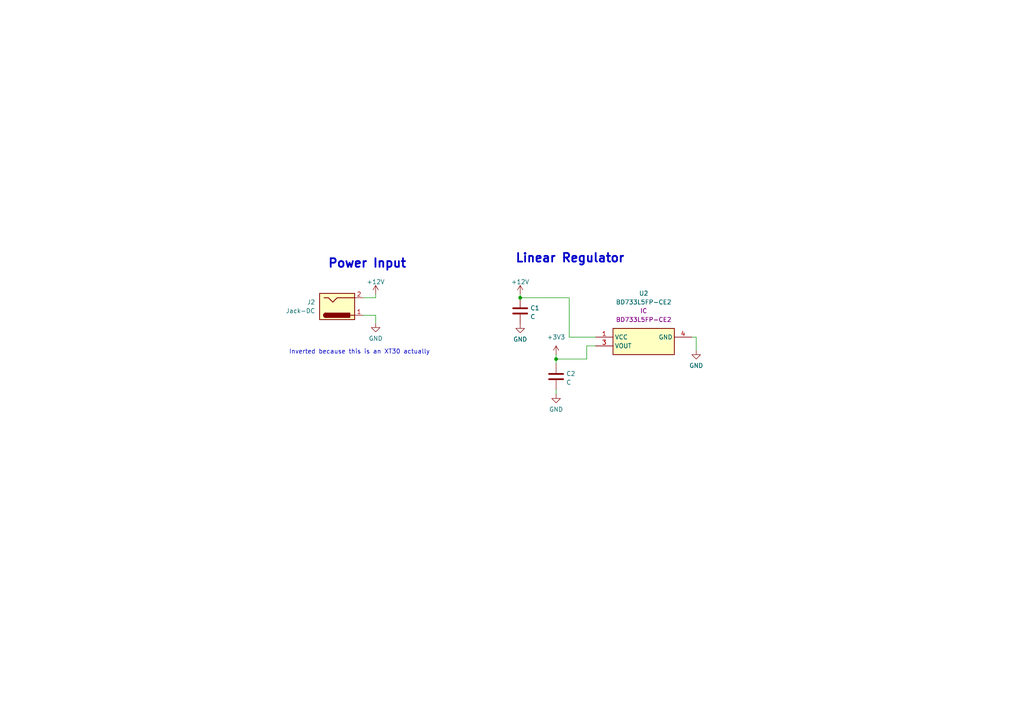
<source format=kicad_sch>
(kicad_sch (version 20211123) (generator eeschema)
  (paper "A4")
  (lib_symbols
    (symbol "BD733L5FP:BD733L5FP-CE2"
      (property "Value" "BD733L5FP-CE2" (at 0 0 0))
      (property "Reference_1" "IC" (at 24.13 7.62 0))
      (property "Value_1" "BD733L5FP-CE2" (at 24.13 5.08 0))
      (symbol "BD733L5FP-CE2_1_1"
        (rectangle (start 5.08 2.54) (end 22.86 -5.08) (stroke (width 0.254)) (fill (type background)))
        (pin passive line (at 0 0 0) (length 5.08) (name "VCC") (number "1"))
        (pin passive line (at 0 -2.54 0) (length 5.08) (name "VOUT") (number "3"))
        (pin passive line (at 27.94 0 180) (length 5.08) (name "GND") (number "4"))
      )
    )
    (symbol "Connector:Jack-DC" (pin_names (offset 1.016))
      (property "Reference" "J" (at 0 5.334 0))
      (property "Value" "Jack-DC" (at 0 -5.08 0))
      (symbol "Jack-DC_0_1"
        (rectangle (start -5.08 3.81) (end 5.08 -3.81) (stroke (width 0.254)) (fill (type background)))
        (arc (start -3.302 3.175) (mid -3.937 2.54) (end -3.302 1.905) (stroke (width 0.254)))
        (arc (start -3.302 3.175) (mid -3.937 2.54) (end -3.302 1.905) (stroke (width 0.254)) (fill (type outline)))
        (polyline (pts (xy 5.08 2.54) (xy 3.81 2.54)) (stroke (width 0.254)))
        (polyline (pts (xy -3.81 -2.54) (xy -2.54 -2.54) (xy -1.27 -1.27) (xy 0 -2.54) (xy 2.54 -2.54) (xy 5.08 -2.54)) (stroke (width 0.254)))
        (rectangle (start 3.683 3.175) (end -3.302 1.905) (stroke (width 0.254)) (fill (type outline)))
      )
      (symbol "Jack-DC_1_1"
        (pin passive line (at 7.62 2.54 180) (length 2.54) (name "~") (number "1"))
        (pin passive line (at 7.62 -2.54 180) (length 2.54) (name "~") (number "2"))
      )
    )
    (symbol "Device:C" (pin_numbers hide) (pin_names (offset 0.254))
      (property "Reference" "C" (at 0.635 2.54 0))
      (property "Value" "C" (at 0.635 -2.54 0))
      (symbol "C_0_1"
        (polyline (pts (xy -2.032 -0.762) (xy 2.032 -0.762)) (stroke (width 0.508)))
        (polyline (pts (xy -2.032 0.762) (xy 2.032 0.762)) (stroke (width 0.508)))
      )
      (symbol "C_1_1"
        (pin passive line (at 0 3.81 270) (length 2.794) (name "~") (number "1"))
        (pin passive line (at 0 -3.81 90) (length 2.794) (name "~") (number "2"))
      )
    )
    (symbol "power:+12V" (power) (pin_names (offset 0))
      (property "Value" "+12V" (at 0 3.556 0))
      (symbol "+12V_0_1"
        (polyline (pts (xy -0.762 1.27) (xy 0 2.54)))
        (polyline (pts (xy 0 0) (xy 0 2.54)))
        (polyline (pts (xy 0 2.54) (xy 0.762 1.27)))
      )
      (symbol "+12V_1_1"
        (pin power_in line (at 0 0 90) (length 0) hide (name "+12V") (number "1"))
      )
    )
    (symbol "power:+3V3" (power) (pin_names (offset 0))
      (property "Value" "+3V3" (at 0 3.556 0))
      (symbol "+3V3_0_1"
        (polyline (pts (xy -0.762 1.27) (xy 0 2.54)))
        (polyline (pts (xy 0 0) (xy 0 2.54)))
        (polyline (pts (xy 0 2.54) (xy 0.762 1.27)))
      )
      (symbol "+3V3_1_1"
        (pin power_in line (at 0 0 90) (length 0) hide (name "+3V3") (number "1"))
      )
    )
    (symbol "power:GND" (power) (pin_names (offset 0))
      (property "Value" "GND" (at 0 -3.81 0))
      (symbol "GND_0_1"
        (polyline (pts (xy 0 0) (xy 0 -1.27) (xy 1.27 -1.27) (xy 0 -2.54) (xy -1.27 -1.27) (xy 0 -1.27)))
      )
      (symbol "GND_1_1"
        (pin power_in line (at 0 0 270) (length 0) hide (name "GND") (number "1"))
      )
    )
  )
  (junction (at 161.29 104.14))
  (junction (at 150.876 86.36))
  (wire (pts (xy 201.93 97.79) (xy 201.93 101.6)))
  (wire (pts (xy 165.1 97.79) (xy 165.1 86.36)))
  (wire (pts (xy 108.966 91.44) (xy 108.966 93.726)))
  (wire (pts (xy 170.18 100.33) (xy 170.18 104.14)))
  (wire (pts (xy 161.29 102.87) (xy 161.29 104.14)))
  (wire (pts (xy 172.72 100.33) (xy 170.18 100.33)))
  (wire (pts (xy 161.29 105.41) (xy 161.29 104.14)))
  (wire (pts (xy 108.966 86.36) (xy 108.966 85.344)))
  (wire (pts (xy 108.966 86.36) (xy 105.41 86.36)))
  (wire (pts (xy 172.72 97.79) (xy 165.1 97.79)))
  (wire (pts (xy 105.41 91.44) (xy 108.966 91.44)))
  (wire (pts (xy 200.66 97.79) (xy 201.93 97.79)))
  (wire (pts (xy 161.29 114.3) (xy 161.29 113.03)))
  (wire (pts (xy 170.18 104.14) (xy 161.29 104.14)))
  (wire (pts (xy 150.876 86.36) (xy 165.1 86.36)))
  (wire (pts (xy 150.876 85.344) (xy 150.876 86.36)))
  (text "Power Input" (at 94.996 77.978 0) (effects (font (size 2.5 2.5) (thickness 0.5) bold) (justify left bottom)))
  (text "Linear Regulator" (at 149.352 76.454 0) (effects (font (size 2.5 2.5) (thickness 0.5) bold) (justify left bottom)))
  (text "Inverted because this is an XT30 actually" (at 83.82 102.87 0) (effects (font (size 1.27 1.27)) (justify left bottom)))
  (symbol (lib_id "Connector:Jack-DC") (at 97.79 88.9 0) (mirror x) (unit 1)
    (property "Reference" "J2" (at 91.44 87.6299 0) (effects (justify right)))
    (property "Value" "Jack-DC" (at 91.44 90.1699 0) (effects (justify right)))
    (property "Footprint" "Connector_AMASS:AMASS_XT30PW-M_1x02_P2.50mm_Horizontal" (effects hide))
  )
  (symbol (lib_id "Device:C") (at 150.876 90.17 0) (unit 1)
    (property "Reference" "C1" (at 153.797 89.3353 0) (effects (justify left)))
    (property "Value" "C" (at 153.797 91.8722 0) (effects (justify left)))
    (property "Footprint" "Capacitor_SMD:C_0805_2012Metric" (effects hide))
  )
  (symbol (lib_id "power:GND") (at 161.29 114.3 0) (unit 1)
    (property "Reference" "#PWR0119" (effects hide))
    (property "Value" "GND" (at 161.29 118.7434 0))
  )
  (symbol (lib_id "power:GND") (at 201.93 101.6 0) (unit 1)
    (property "Reference" "#PWR0120" (effects hide))
    (property "Value" "GND" (at 201.93 106.0434 0))
  )
  (symbol (lib_id "power:GND") (at 150.876 93.98 0) (unit 1)
    (property "Reference" "#PWR016" (effects hide))
    (property "Value" "GND" (at 150.876 98.4234 0))
  )
  (symbol (lib_id "BD733L5FP:BD733L5FP-CE2") (at 172.72 97.79 0) (unit 1)
    (property "Reference" "U2" (at 186.69 85.09 0))
    (property "Value" "BD733L5FP-CE2" (at 186.69 87.63 0))
    (property "Footprint" "BD733L5FP:BD750L5FPCE2" (effects hide))
    (property "Reference_1" "IC" (at 186.69 90.17 0))
    (property "Value_1" "BD733L5FP-CE2" (at 186.69 92.71 0))
    (property "Footprint_1" "BD750L5FPCE2" (effects hide))
    (property "Datasheet_1" "https://datasheet.datasheetarchive.com/originals/distributors/Datasheets_SAMA/9583176291112c103e7c855c7f59947b.pdf" (effects hide))
    (property "Mouser Part Number" "755-BD733L5FP-CE2" (effects hide))
    (property "Mouser Price/Stock" "https://www.mouser.co.uk/ProductDetail/ROHM-Semiconductor/BD733L5FP-CE2?qs=9Cg39qEKpi4aZ83OxnY0mQ%3D%3D" (effects hide))
    (property "Manufacturer_Name" "ROHM Semiconductor" (effects hide))
    (property "Manufacturer_Part_Number" "BD733L5FP-CE2" (effects hide))
  )
  (symbol (lib_id "power:+12V") (at 108.966 85.344 0) (mirror y) (unit 1)
    (property "Reference" "#PWR013" (effects hide))
    (property "Value" "+12V" (at 108.966 81.7682 0))
  )
  (symbol (lib_id "power:GND") (at 108.966 93.726 0) (mirror y) (unit 1)
    (property "Reference" "#PWR014" (effects hide))
    (property "Value" "GND" (at 108.966 98.1694 0))
  )
  (symbol (lib_id "Device:C") (at 161.29 109.22 0) (unit 1)
    (property "Reference" "C2" (at 164.211 108.3853 0) (effects (justify left)))
    (property "Value" "C" (at 164.211 110.9222 0) (effects (justify left)))
    (property "Footprint" "Capacitor_SMD:C_0805_2012Metric" (effects hide))
  )
  (symbol (lib_id "power:+12V") (at 150.876 85.344 0) (unit 1)
    (property "Reference" "#PWR015" (effects hide))
    (property "Value" "+12V" (at 150.876 81.7682 0))
  )
  (symbol (lib_id "power:+3V3") (at 161.29 102.87 0) (unit 1)
    (property "Reference" "#PWR0121" (effects hide))
    (property "Value" "+3V3" (at 161.29 97.79 0))
  )
)
</source>
